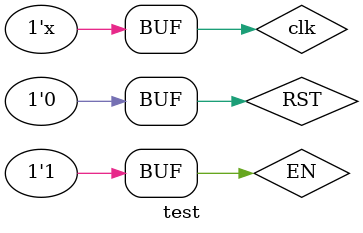
<source format=v>
`timescale 1ns / 1ps


module test;

	// Inputs
	reg clk;
	reg EN;
	reg RST;

	// Outputs
	wire [3:0] chet;
	wire one_two;
	wire one_ten_0;
	wire zero_five_3;
	wire zero_five_1;
	wire zero_five_2;
	wire [3:0] one_zero_0;

	// Instantiate the Unit Under Test (UUT)
	Kurso uut (
		.clk(clk), 
		.EN(EN), 
		.RST(RST), 
		.chet(chet), 
		.one_two(one_two), 
		.one_ten_0(one_ten_0), 
		.zero_five_3(zero_five_3), 
		.zero_five_1(zero_five_1), 
		.zero_five_2(zero_five_2), 
		.one_zero_0(one_zero_0)
	);

	initial begin
		// Initialize Inputs
		clk = 1;
		EN = 1;
		RST = 0;
	end
   	
 always #1
		begin
		clk = clk+1;
		end
   
endmodule


</source>
